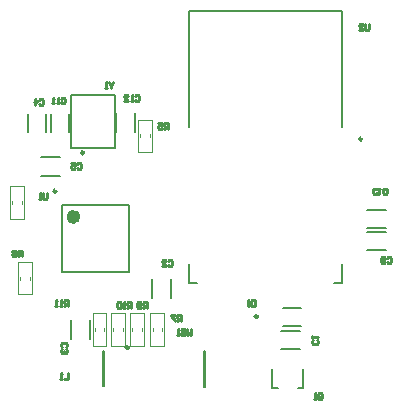
<source format=gbo>
G04*
G04 #@! TF.GenerationSoftware,Altium Limited,Altium Designer,18.1.6 (161)*
G04*
G04 Layer_Color=32896*
%FSTAX24Y24*%
%MOIN*%
G70*
G01*
G75*
%ADD10C,0.0098*%
%ADD11C,0.0079*%
%ADD12C,0.0040*%
%ADD15C,0.0100*%
%ADD59C,0.0236*%
D10*
X005551Y008819D02*
G03*
X005551Y008819I-000049J0D01*
G01*
X015746Y010553D02*
G03*
X015746Y010553I-000049J0D01*
G01*
X012264Y004636D02*
G03*
X012264Y004636I-000049J0D01*
G01*
X007965Y003604D02*
G03*
X007965Y003604I-000049J0D01*
G01*
X006467Y010098D02*
G03*
X006467Y010098I-000049J0D01*
G01*
D11*
X005728Y008356D02*
X007972D01*
X005728Y006112D02*
X007972D01*
X005728D02*
Y008356D01*
X007972Y006112D02*
Y008356D01*
X015079Y005766D02*
Y006396D01*
X009961Y005766D02*
X010248D01*
X009961D02*
Y006396D01*
X014791Y005766D02*
X015079D01*
Y010963D02*
Y014821D01*
X009961D02*
X015079D01*
X009961Y010963D02*
Y014821D01*
X015906Y00685D02*
X016535D01*
X015906Y007461D02*
X016535D01*
X015906Y007579D02*
X016535D01*
X015906Y008189D02*
X016535D01*
X0131Y004931D02*
X013691D01*
X0131Y004341D02*
X013691D01*
X013032Y004173D02*
X013661D01*
X013032Y003563D02*
X013661D01*
X01378Y002244D02*
Y002884D01*
X012756Y002244D02*
Y002884D01*
Y002244D02*
X012933D01*
X013602D02*
X01378D01*
X010512Y002303D02*
Y003484D01*
X010472Y002303D02*
Y003484D01*
X010512D01*
X010472Y002303D02*
X010512D01*
X006053Y003878D02*
Y004508D01*
X006663Y003878D02*
Y004508D01*
X007106Y002313D02*
Y003494D01*
X007126Y002313D02*
Y003494D01*
X007106D02*
X007126D01*
X007106Y002313D02*
X007126D01*
X00875Y005246D02*
Y005876D01*
X00936Y005246D02*
Y005876D01*
X00503Y009341D02*
X005659D01*
X00503Y009951D02*
X005659D01*
X00752Y010246D02*
Y012018D01*
X006024D02*
X00752D01*
X006024Y010246D02*
Y012018D01*
Y010246D02*
X00752D01*
X005984Y010778D02*
Y011407D01*
X005374Y010778D02*
Y011407D01*
X004606Y010778D02*
Y011407D01*
X005217Y010778D02*
Y011407D01*
X008159Y010787D02*
Y011417D01*
X007549Y010787D02*
Y011417D01*
D12*
X004012Y008975D02*
X004472D01*
Y007905D02*
Y008975D01*
X004012Y007905D02*
X004472D01*
X004012D02*
Y008975D01*
X004082Y008405D02*
Y008485D01*
X004402Y008405D02*
Y008485D01*
X006829Y004163D02*
Y004243D01*
X007149Y004163D02*
Y004243D01*
X007219Y003673D02*
Y004743D01*
X006759D02*
X007219D01*
X006759Y003673D02*
Y004743D01*
Y003673D02*
X007219D01*
X007455Y004163D02*
Y004243D01*
X007775Y004163D02*
Y004243D01*
X007845Y003673D02*
Y004743D01*
X007385D02*
X007845D01*
X007385Y003673D02*
Y004743D01*
Y003673D02*
X007845D01*
X008082Y004163D02*
Y004243D01*
X008402Y004163D02*
Y004243D01*
X008472Y003673D02*
Y004743D01*
X008012D02*
X008472D01*
X008012Y003673D02*
Y004743D01*
Y003673D02*
X008472D01*
X008757Y004163D02*
Y004243D01*
X009077Y004163D02*
Y004243D01*
X009147Y003673D02*
Y004743D01*
X008687D02*
X009147D01*
X008687Y003673D02*
Y004743D01*
Y003673D02*
X009147D01*
X004278Y005376D02*
X004738D01*
X004278D02*
Y006446D01*
X004738D01*
Y005376D02*
Y006446D01*
X004668Y005866D02*
Y005946D01*
X004348Y005866D02*
Y005946D01*
X008284Y011199D02*
X008744D01*
Y010129D02*
Y011199D01*
X008284Y010129D02*
X008744D01*
X008284D02*
Y011199D01*
X008354Y010629D02*
Y010709D01*
X008674Y010629D02*
Y010709D01*
D15*
X007441Y012461D02*
Y012428D01*
X007375Y012362D01*
X00731Y012428D01*
Y012461D01*
X007375Y012362D02*
Y012264D01*
X007244D02*
X007179D01*
X007211D01*
Y012461D01*
X007244Y012428D01*
X010039Y004233D02*
Y004037D01*
X009974Y004102D01*
X009908Y004037D01*
Y004233D01*
X009711Y004201D02*
X009744Y004233D01*
X00981D01*
X009843Y004201D01*
Y004168D01*
X00981Y004135D01*
X009744D01*
X009711Y004102D01*
Y004069D01*
X009744Y004037D01*
X00981D01*
X009843Y004069D01*
X009646Y004037D02*
X00958D01*
X009613D01*
Y004233D01*
X009646Y004201D01*
X015984Y01439D02*
Y014226D01*
X015951Y014193D01*
X015886D01*
X015853Y014226D01*
Y01439D01*
X015656Y014193D02*
X015787D01*
X015656Y014324D01*
Y014357D01*
X015689Y01439D01*
X015755D01*
X015787Y014357D01*
X005236Y00876D02*
Y008596D01*
X005203Y008563D01*
X005138D01*
X005105Y008596D01*
Y00876D01*
X005039Y008563D02*
X004974D01*
X005007D01*
Y00876D01*
X005039Y008727D01*
X005925Y004982D02*
Y005179D01*
X005827D01*
X005794Y005146D01*
Y005081D01*
X005827Y005048D01*
X005925D01*
X00586D02*
X005794Y004982D01*
X005728D02*
X005663D01*
X005696D01*
Y005179D01*
X005728Y005146D01*
X005564Y004982D02*
X005499D01*
X005532D01*
Y005179D01*
X005564Y005146D01*
X008051Y004941D02*
Y005138D01*
X007953D01*
X00792Y005105D01*
Y005039D01*
X007953Y005007D01*
X008051D01*
X007986D02*
X00792Y004941D01*
X007854D02*
X007789D01*
X007822D01*
Y005138D01*
X007854Y005105D01*
X00769D02*
X007658Y005138D01*
X007592D01*
X007559Y005105D01*
Y004974D01*
X007592Y004941D01*
X007658D01*
X00769Y004974D01*
Y005105D01*
X008583Y004931D02*
Y005128D01*
X008484D01*
X008451Y005095D01*
Y00503D01*
X008484Y004997D01*
X008583D01*
X008517D02*
X008451Y004931D01*
X008386Y004964D02*
X008353Y004931D01*
X008288D01*
X008255Y004964D01*
Y005095D01*
X008288Y005128D01*
X008353D01*
X008386Y005095D01*
Y005062D01*
X008353Y00503D01*
X008255D01*
X00439Y006644D02*
Y00684D01*
X004291D01*
X004259Y006808D01*
Y006742D01*
X004291Y006709D01*
X00439D01*
X004324D02*
X004259Y006644D01*
X004193Y006808D02*
X00416Y00684D01*
X004095D01*
X004062Y006808D01*
Y006775D01*
X004095Y006742D01*
X004062Y006709D01*
Y006676D01*
X004095Y006644D01*
X00416D01*
X004193Y006676D01*
Y006709D01*
X00416Y006742D01*
X004193Y006775D01*
Y006808D01*
X00416Y006742D02*
X004095D01*
X009715Y004488D02*
Y004685D01*
X009616D01*
X009583Y004652D01*
Y004587D01*
X009616Y004554D01*
X009715D01*
X009649D02*
X009583Y004488D01*
X009518Y004685D02*
X009387D01*
Y004652D01*
X009518Y004521D01*
Y004488D01*
X009272Y010886D02*
Y011083D01*
X009173D01*
X00914Y01105D01*
Y010984D01*
X009173Y010951D01*
X009272D01*
X009206D02*
X00914Y010886D01*
X008944Y011083D02*
X009075D01*
Y010984D01*
X009009Y011017D01*
X008976D01*
X008944Y010984D01*
Y010919D01*
X008976Y010886D01*
X009042D01*
X009075Y010919D01*
X014268Y001932D02*
Y002064D01*
X014301Y002096D01*
X014367D01*
X0144Y002064D01*
Y001932D01*
X014367Y0019D01*
X014301D01*
X014334Y001965D02*
X014268Y0019D01*
X014301D02*
X014268Y001932D01*
X014203Y0019D02*
X014137D01*
X01417D01*
Y002096D01*
X014203Y002064D01*
X005925Y002756D02*
Y002559D01*
X005794D01*
X005728D02*
X005663D01*
X005696D01*
Y002756D01*
X005728Y002723D01*
X012185Y005187D02*
Y00499D01*
X012087D01*
X012054Y005023D01*
Y005154D01*
X012087Y005187D01*
X012185D01*
X011988Y00499D02*
X011923D01*
X011955D01*
Y005187D01*
X011988Y005154D01*
X008166Y011975D02*
X008199Y012008D01*
X008264D01*
X008297Y011975D01*
Y011844D01*
X008264Y011811D01*
X008199D01*
X008166Y011844D01*
X0081Y011811D02*
X008035D01*
X008068D01*
Y012008D01*
X0081Y011975D01*
X007805Y011811D02*
X007936D01*
X007805Y011942D01*
Y011975D01*
X007838Y012008D01*
X007904D01*
X007936Y011975D01*
X005696Y011906D02*
X005728Y011939D01*
X005794D01*
X005827Y011906D01*
Y011775D01*
X005794Y011742D01*
X005728D01*
X005696Y011775D01*
X00563Y011742D02*
X005564D01*
X005597D01*
Y011939D01*
X00563Y011906D01*
X005466Y011742D02*
X0054D01*
X005433D01*
Y011939D01*
X005466Y011906D01*
X016224Y008743D02*
X016191Y008711D01*
X016125D01*
X016093Y008743D01*
Y008875D01*
X016125Y008907D01*
X016191D01*
X016224Y008875D01*
X016289Y008907D02*
X016355D01*
X016322D01*
Y008711D01*
X016289Y008743D01*
X016453D02*
X016486Y008711D01*
X016552D01*
X016584Y008743D01*
Y008875D01*
X016552Y008907D01*
X016486D01*
X016453Y008875D01*
Y008743D01*
X016562Y006601D02*
X016595Y006634D01*
X01666D01*
X016693Y006601D01*
Y00647D01*
X01666Y006437D01*
X016595D01*
X016562Y00647D01*
X016496D02*
X016463Y006437D01*
X016398D01*
X016365Y00647D01*
Y006601D01*
X016398Y006634D01*
X016463D01*
X016496Y006601D01*
Y006568D01*
X016463Y006535D01*
X016365D01*
X006237Y009721D02*
X00627Y009754D01*
X006335D01*
X006368Y009721D01*
Y00959D01*
X006335Y009557D01*
X00627D01*
X006237Y00959D01*
X00604Y009754D02*
X006171D01*
Y009655D01*
X006106Y009688D01*
X006073D01*
X00604Y009655D01*
Y00959D01*
X006073Y009557D01*
X006139D01*
X006171Y00959D01*
X004987Y011867D02*
X00502Y0119D01*
X005085D01*
X005118Y011867D01*
Y011736D01*
X005085Y011703D01*
X00502D01*
X004987Y011736D01*
X004823Y011703D02*
Y0119D01*
X004921Y011801D01*
X00479D01*
X005751Y003629D02*
X005719Y003661D01*
Y003727D01*
X005751Y00376D01*
X005883D01*
X005915Y003727D01*
Y003661D01*
X005883Y003629D01*
X005751Y003563D02*
X005719Y00353D01*
Y003465D01*
X005751Y003432D01*
X005784D01*
X005817Y003465D01*
Y003497D01*
Y003465D01*
X00585Y003432D01*
X005883D01*
X005915Y003465D01*
Y00353D01*
X005883Y003563D01*
X009268Y006493D02*
X009301Y006526D01*
X009367D01*
X0094Y006493D01*
Y006362D01*
X009367Y006329D01*
X009301D01*
X009268Y006362D01*
X009072Y006329D02*
X009203D01*
X009072Y00646D01*
Y006493D01*
X009104Y006526D01*
X00917D01*
X009203Y006493D01*
X014249Y003852D02*
X014281Y003819D01*
Y003753D01*
X014249Y00372D01*
X014117D01*
X014085Y003753D01*
Y003819D01*
X014117Y003852D01*
X014085Y003917D02*
Y003983D01*
Y00395D01*
X014281D01*
X014249Y003917D01*
D59*
X00624Y007963D02*
G03*
X00624Y007963I-000118J0D01*
G01*
M02*

</source>
